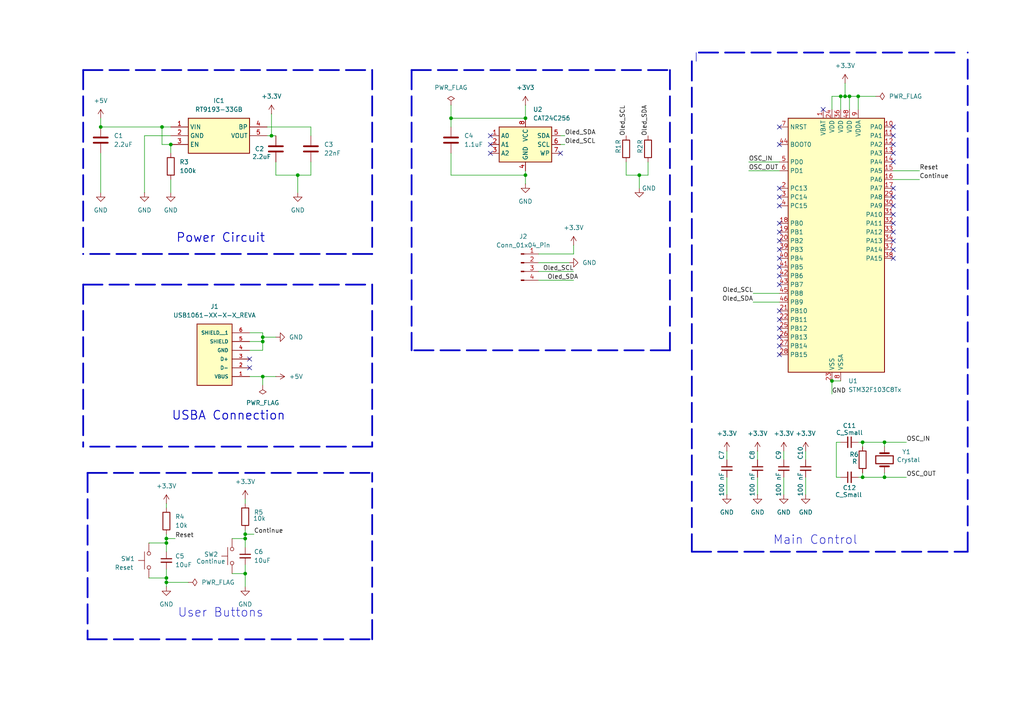
<source format=kicad_sch>
(kicad_sch (version 20231120) (generator "eeschema") (generator_version "8.0")
  (paper "A4")
  (title_block (title "Runtime Tester") (date "2024-10-03") (rev "v001") (company "edisonngunjiri@gmail.com"))
  (lib_symbols
    (symbol "Connector:Conn_01x04_Pin" (pin_names (offset 1.016) hide)
      (property "Reference" "J" (at 0 5.08 0))
      (property "Value" "Conn_01x04_Pin" (at 0 -7.62 0))
      (symbol "Conn_01x04_Pin_1_1"
        (polyline (pts (xy 1.27 -5.08) (xy 0.8636 -5.08)) (stroke (width 0.1524)))
        (polyline (pts (xy 1.27 -2.54) (xy 0.8636 -2.54)) (stroke (width 0.1524)))
        (polyline (pts (xy 1.27 0) (xy 0.8636 0)) (stroke (width 0.1524)))
        (polyline (pts (xy 1.27 2.54) (xy 0.8636 2.54)) (stroke (width 0.1524)))
        (rectangle (start 0.8636 -4.953) (end 0 -5.207) (stroke (width 0.1524)) (fill (type outline)))
        (rectangle (start 0.8636 -2.413) (end 0 -2.667) (stroke (width 0.1524)) (fill (type outline)))
        (rectangle (start 0.8636 0.127) (end 0 -0.127) (stroke (width 0.1524)) (fill (type outline)))
        (rectangle (start 0.8636 2.667) (end 0 2.413) (stroke (width 0.1524)) (fill (type outline)))
        (pin passive line (at 5.08 2.54 180) (length 3.81) (name "Pin_1") (number "1"))
        (pin passive line (at 5.08 0 180) (length 3.81) (name "Pin_2") (number "2"))
        (pin passive line (at 5.08 -2.54 180) (length 3.81) (name "Pin_3") (number "3"))
        (pin passive line (at 5.08 -5.08 180) (length 3.81) (name "Pin_4") (number "4"))
      )
    )
    (symbol "Device:C" (pin_numbers hide) (pin_names (offset 0.254))
      (property "Reference" "C" (at 0.635 2.54 0))
      (property "Value" "C" (at 0.635 -2.54 0))
      (symbol "C_0_1"
        (polyline (pts (xy -2.032 -0.762) (xy 2.032 -0.762)) (stroke (width 0.508)))
        (polyline (pts (xy -2.032 0.762) (xy 2.032 0.762)) (stroke (width 0.508)))
      )
      (symbol "C_1_1"
        (pin passive line (at 0 3.81 270) (length 2.794) (name "~") (number "1"))
        (pin passive line (at 0 -3.81 90) (length 2.794) (name "~") (number "2"))
      )
    )
    (symbol "Device:C_Small" (pin_numbers hide) (pin_names (offset 0.254) hide)
      (property "Reference" "C" (at 0.254 1.778 0))
      (property "Value" "C_Small" (at 0.254 -2.032 0))
      (symbol "C_Small_0_1"
        (polyline (pts (xy -1.524 -0.508) (xy 1.524 -0.508)) (stroke (width 0.3302)))
        (polyline (pts (xy -1.524 0.508) (xy 1.524 0.508)) (stroke (width 0.3048)))
      )
      (symbol "C_Small_1_1"
        (pin passive line (at 0 2.54 270) (length 2.032) (name "~") (number "1"))
        (pin passive line (at 0 -2.54 90) (length 2.032) (name "~") (number "2"))
      )
    )
    (symbol "Device:Crystal" (pin_numbers hide) (pin_names (offset 1.016) hide)
      (property "Reference" "Y" (at 0 3.81 0))
      (property "Value" "Crystal" (at 0 -3.81 0))
      (symbol "Crystal_0_1"
        (rectangle (start -1.143 2.54) (end 1.143 -2.54) (stroke (width 0.3048)))
        (polyline (pts (xy -2.54 0) (xy -1.905 0)))
        (polyline (pts (xy -1.905 -1.27) (xy -1.905 1.27)) (stroke (width 0.508)))
        (polyline (pts (xy 1.905 -1.27) (xy 1.905 1.27)) (stroke (width 0.508)))
        (polyline (pts (xy 2.54 0) (xy 1.905 0)))
      )
      (symbol "Crystal_1_1"
        (pin passive line (at -3.81 0 0) (length 1.27) (name "1") (number "1"))
        (pin passive line (at 3.81 0 180) (length 1.27) (name "2") (number "2"))
      )
    )
    (symbol "Device:R" (pin_numbers hide) (pin_names (offset 0))
      (property "Reference" "R" (at 2.032 0 90))
      (property "Value" "R" (at 0 0 90))
      (symbol "R_0_1"
        (rectangle (start -1.016 -2.54) (end 1.016 2.54) (stroke (width 0.254)))
      )
      (symbol "R_1_1"
        (pin passive line (at 0 3.81 270) (length 1.27) (name "~") (number "1"))
        (pin passive line (at 0 -3.81 90) (length 1.27) (name "~") (number "2"))
      )
    )
    (symbol "MCU_ST_STM32F1:STM32F103C8Tx"
      (property "Reference" "U" (at -12.7 39.37 0))
      (property "Value" "STM32F103C8Tx" (at 10.16 39.37 0))
      (symbol "STM32F103C8Tx_0_1"
        (rectangle (start -12.7 -35.56) (end 15.24 38.1) (stroke (width 0.254)) (fill (type background)))
      )
      (symbol "STM32F103C8Tx_1_1"
        (pin power_in line (at -2.54 40.64 270) (length 2.54) (name "VBAT") (number "1"))
        (pin bidirectional line (at 17.78 35.56 180) (length 2.54) (name "PA0") (number "10"))
        (pin bidirectional line (at 17.78 33.02 180) (length 2.54) (name "PA1") (number "11"))
        (pin bidirectional line (at 17.78 30.48 180) (length 2.54) (name "PA2") (number "12"))
        (pin bidirectional line (at 17.78 27.94 180) (length 2.54) (name "PA3") (number "13"))
        (pin bidirectional line (at 17.78 25.4 180) (length 2.54) (name "PA4") (number "14"))
        (pin bidirectional line (at 17.78 22.86 180) (length 2.54) (name "PA5") (number "15"))
        (pin bidirectional line (at 17.78 20.32 180) (length 2.54) (name "PA6") (number "16"))
        (pin bidirectional line (at 17.78 17.78 180) (length 2.54) (name "PA7") (number "17"))
        (pin bidirectional line (at -15.24 7.62 0) (length 2.54) (name "PB0") (number "18"))
        (pin bidirectional line (at -15.24 5.08 0) (length 2.54) (name "PB1") (number "19"))
        (pin bidirectional line (at -15.24 17.78 0) (length 2.54) (name "PC13") (number "2"))
        (pin bidirectional line (at -15.24 2.54 0) (length 2.54) (name "PB2") (number "20"))
        (pin bidirectional line (at -15.24 -17.78 0) (length 2.54) (name "PB10") (number "21"))
        (pin bidirectional line (at -15.24 -20.32 0) (length 2.54) (name "PB11") (number "22"))
        (pin power_in line (at 0 -38.1 90) (length 2.54) (name "VSS") (number "23"))
        (pin power_in line (at 0 40.64 270) (length 2.54) (name "VDD") (number "24"))
        (pin bidirectional line (at -15.24 -22.86 0) (length 2.54) (name "PB12") (number "25"))
        (pin bidirectional line (at -15.24 -25.4 0) (length 2.54) (name "PB13") (number "26"))
        (pin bidirectional line (at -15.24 -27.94 0) (length 2.54) (name "PB14") (number "27"))
        (pin bidirectional line (at -15.24 -30.48 0) (length 2.54) (name "PB15") (number "28"))
        (pin bidirectional line (at 17.78 15.24 180) (length 2.54) (name "PA8") (number "29"))
        (pin bidirectional line (at -15.24 15.24 0) (length 2.54) (name "PC14") (number "3"))
        (pin bidirectional line (at 17.78 12.7 180) (length 2.54) (name "PA9") (number "30"))
        (pin bidirectional line (at 17.78 10.16 180) (length 2.54) (name "PA10") (number "31"))
        (pin bidirectional line (at 17.78 7.62 180) (length 2.54) (name "PA11") (number "32"))
        (pin bidirectional line (at 17.78 5.08 180) (length 2.54) (name "PA12") (number "33"))
        (pin bidirectional line (at 17.78 2.54 180) (length 2.54) (name "PA13") (number "34"))
        (pin passive line (at 0 -38.1 90) (length 2.54) hide (name "VSS") (number "35"))
        (pin power_in line (at 2.54 40.64 270) (length 2.54) (name "VDD") (number "36"))
        (pin bidirectional line (at 17.78 0 180) (length 2.54) (name "PA14") (number "37"))
        (pin bidirectional line (at 17.78 -2.54 180) (length 2.54) (name "PA15") (number "38"))
        (pin bidirectional line (at -15.24 0 0) (length 2.54) (name "PB3") (number "39"))
        (pin bidirectional line (at -15.24 12.7 0) (length 2.54) (name "PC15") (number "4"))
        (pin bidirectional line (at -15.24 -2.54 0) (length 2.54) (name "PB4") (number "40"))
        (pin bidirectional line (at -15.24 -5.08 0) (length 2.54) (name "PB5") (number "41"))
        (pin bidirectional line (at -15.24 -7.62 0) (length 2.54) (name "PB6") (number "42"))
        (pin bidirectional line (at -15.24 -10.16 0) (length 2.54) (name "PB7") (number "43"))
        (pin input line (at -15.24 30.48 0) (length 2.54) (name "BOOT0") (number "44"))
        (pin bidirectional line (at -15.24 -12.7 0) (length 2.54) (name "PB8") (number "45"))
        (pin bidirectional line (at -15.24 -15.24 0) (length 2.54) (name "PB9") (number "46"))
        (pin passive line (at 0 -38.1 90) (length 2.54) hide (name "VSS") (number "47"))
        (pin power_in line (at 5.08 40.64 270) (length 2.54) (name "VDD") (number "48"))
        (pin bidirectional line (at -15.24 25.4 0) (length 2.54) (name "PD0") (number "5"))
        (pin bidirectional line (at -15.24 22.86 0) (length 2.54) (name "PD1") (number "6"))
        (pin input line (at -15.24 35.56 0) (length 2.54) (name "NRST") (number "7"))
        (pin power_in line (at 2.54 -38.1 90) (length 2.54) (name "VSSA") (number "8"))
        (pin power_in line (at 7.62 40.64 270) (length 2.54) (name "VDDA") (number "9"))
      )
    )
    (symbol "Memory_EEPROM:CAT24C256"
      (property "Reference" "U" (at -6.35 6.35 0))
      (property "Value" "CAT24C256" (at 1.27 6.35 0))
      (symbol "CAT24C256_1_1"
        (rectangle (start -7.62 5.08) (end 7.62 -5.08) (stroke (width 0.254)) (fill (type background)))
        (pin input line (at -10.16 2.54 0) (length 2.54) (name "A0") (number "1"))
        (pin input line (at -10.16 0 0) (length 2.54) (name "A1") (number "2"))
        (pin input line (at -10.16 -2.54 0) (length 2.54) (name "A2") (number "3"))
        (pin power_in line (at 0 -7.62 90) (length 2.54) (name "GND") (number "4"))
        (pin bidirectional line (at 10.16 2.54 180) (length 2.54) (name "SDA") (number "5"))
        (pin input line (at 10.16 0 180) (length 2.54) (name "SCL") (number "6"))
        (pin input line (at 10.16 -2.54 180) (length 2.54) (name "WP") (number "7"))
        (pin power_in line (at 0 7.62 270) (length 2.54) (name "VCC") (number "8"))
      )
    )
    (symbol "RT9193-33GB:RT9193-33GB"
      (property "Reference" "IC" (at 24.13 7.62 0))
      (property "Value" "RT9193-33GB" (at 24.13 5.08 0))
      (symbol "RT9193-33GB_1_1"
        (rectangle (start 5.08 2.54) (end 22.86 -7.62) (stroke (width 0.254)) (fill (type background)))
        (pin passive line (at 0 0 0) (length 5.08) (name "VIN") (number "1"))
        (pin passive line (at 0 -2.54 0) (length 5.08) (name "GND") (number "2"))
        (pin passive line (at 0 -5.08 0) (length 5.08) (name "EN") (number "3"))
        (pin passive line (at 27.94 0 180) (length 5.08) (name "BP") (number "4"))
        (pin passive line (at 27.94 -2.54 180) (length 5.08) (name "VOUT") (number "5"))
      )
    )
    (symbol "Switch:SW_Push" (pin_numbers hide) (pin_names (offset 1.016) hide)
      (property "Reference" "SW" (at 1.27 2.54 0))
      (property "Value" "SW_Push" (at 0 -1.524 0))
      (symbol "SW_Push_0_1"
        (circle (center -2.032 0) (radius 0.508))
        (polyline (pts (xy 0 1.27) (xy 0 3.048)))
        (polyline (pts (xy 2.54 1.27) (xy -2.54 1.27)))
        (circle (center 2.032 0) (radius 0.508))
        (pin passive line (at -5.08 0 0) (length 2.54) (name "1") (number "1"))
        (pin passive line (at 5.08 0 180) (length 2.54) (name "2") (number "2"))
      )
    )
    (symbol "USBA_Male:USB1061-XX-X-X_REVA" (pin_names (offset 1.016))
      (property "Reference" "J" (at -5.0886 8.1417 0))
      (property "Value" "USB1061-XX-X-X_REVA" (at -5.0817 -12.7034 0))
      (symbol "USB1061-XX-X-X_REVA_0_0"
        (rectangle (start -5.08 -10.16) (end 5.08 7.62) (stroke (width 0.254)) (fill (type background)))
        (pin power_in line (at -10.16 5.08 0) (length 5.08) (name "VBUS") (number "1"))
        (pin bidirectional line (at -10.16 2.54 0) (length 5.08) (name "D-") (number "2"))
        (pin bidirectional line (at -10.16 0 0) (length 5.08) (name "D+") (number "3"))
        (pin power_in line (at -10.16 -2.54 0) (length 5.08) (name "GND") (number "4"))
        (pin power_in line (at -10.16 -5.08 0) (length 5.08) (name "SHIELD") (number "5"))
        (pin power_in line (at -10.16 -7.62 0) (length 5.08) (name "SHIELD__1") (number "6"))
      )
    )
    (symbol "power:+3.3V" (power) (pin_numbers hide) (pin_names (offset 0) hide)
      (property "Value" "+3.3V" (at 0 3.556 0))
      (symbol "+3.3V_0_1"
        (polyline (pts (xy -0.762 1.27) (xy 0 2.54)))
        (polyline (pts (xy 0 0) (xy 0 2.54)))
        (polyline (pts (xy 0 2.54) (xy 0.762 1.27)))
      )
      (symbol "+3.3V_1_1"
        (pin power_in line (at 0 0 90) (length 0) (name "~") (number "1"))
      )
    )
    (symbol "power:+3V3" (power) (pin_numbers hide) (pin_names (offset 0) hide)
      (property "Value" "+3V3" (at 0 3.556 0))
      (symbol "+3V3_0_1"
        (polyline (pts (xy -0.762 1.27) (xy 0 2.54)))
        (polyline (pts (xy 0 0) (xy 0 2.54)))
        (polyline (pts (xy 0 2.54) (xy 0.762 1.27)))
      )
      (symbol "+3V3_1_1"
        (pin power_in line (at 0 0 90) (length 0) (name "~") (number "1"))
      )
    )
    (symbol "power:+5V" (power) (pin_numbers hide) (pin_names (offset 0) hide)
      (property "Value" "+5V" (at 0 3.556 0))
      (symbol "+5V_0_1"
        (polyline (pts (xy -0.762 1.27) (xy 0 2.54)))
        (polyline (pts (xy 0 0) (xy 0 2.54)))
        (polyline (pts (xy 0 2.54) (xy 0.762 1.27)))
      )
      (symbol "+5V_1_1"
        (pin power_in line (at 0 0 90) (length 0) (name "~") (number "1"))
      )
    )
    (symbol "power:GND" (power) (pin_numbers hide) (pin_names (offset 0) hide)
      (property "Value" "GND" (at 0 -3.81 0))
      (symbol "GND_0_1"
        (polyline (pts (xy 0 0) (xy 0 -1.27) (xy 1.27 -1.27) (xy 0 -2.54) (xy -1.27 -1.27) (xy 0 -1.27)))
      )
      (symbol "GND_1_1"
        (pin power_in line (at 0 0 270) (length 0) (name "~") (number "1"))
      )
    )
    (symbol "power:PWR_FLAG" (power) (pin_numbers hide) (pin_names (offset 0) hide)
      (property "Value" "PWR_FLAG" (at 0 3.81 0))
      (symbol "PWR_FLAG_0_0"
        (pin power_out line (at 0 0 90) (length 0) (name "~") (number "1"))
      )
      (symbol "PWR_FLAG_0_1"
        (polyline (pts (xy 0 0) (xy 0 1.27) (xy -1.016 1.905) (xy 0 2.54) (xy 1.016 1.905) (xy 0 1.27)))
      )
    )
  )
  (junction (at 152.4 50.8))
  (junction (at 256.54 128.27))
  (junction (at 46.99 36.83))
  (junction (at 48.26 167.64))
  (junction (at 185.42 50.8))
  (junction (at 256.54 138.43))
  (junction (at 49.53 41.91))
  (junction (at 76.2 99.06))
  (junction (at 245.11 27.94))
  (junction (at 71.12 166.37))
  (junction (at 246.38 27.94))
  (junction (at 76.2 97.79))
  (junction (at 86.36 50.8))
  (junction (at 71.12 154.94))
  (junction (at 48.26 157.48))
  (junction (at 250.19 128.27))
  (junction (at 152.4 34.29))
  (junction (at 48.26 156.21))
  (junction (at 130.81 34.29))
  (junction (at 48.26 168.91))
  (junction (at 243.84 27.94))
  (junction (at 71.12 156.21))
  (junction (at 29.21 36.83))
  (junction (at 76.2 109.22))
  (junction (at 78.74 39.37))
  (junction (at 241.3 110.49))
  (junction (at 248.92 27.94))
  (junction (at 250.19 138.43))
  (no_connect (at 226.06 59.69))
  (no_connect (at 259.08 59.69))
  (no_connect (at 226.06 74.93))
  (no_connect (at 259.08 72.39))
  (no_connect (at 226.06 82.55))
  (no_connect (at 226.06 90.17))
  (no_connect (at 142.24 44.45))
  (no_connect (at 226.06 54.61))
  (no_connect (at 226.06 67.31))
  (no_connect (at 226.06 36.83))
  (no_connect (at 226.06 72.39))
  (no_connect (at 226.06 41.91))
  (no_connect (at 72.39 104.14))
  (no_connect (at 72.39 106.68))
  (no_connect (at 259.08 39.37))
  (no_connect (at 226.06 102.87))
  (no_connect (at 162.56 44.45))
  (no_connect (at 226.06 100.33))
  (no_connect (at 259.08 74.93))
  (no_connect (at 238.76 31.75))
  (no_connect (at 259.08 62.23))
  (no_connect (at 226.06 77.47))
  (no_connect (at 226.06 95.25))
  (no_connect (at 259.08 46.99))
  (no_connect (at 142.24 39.37))
  (no_connect (at 259.08 36.83))
  (no_connect (at 226.06 80.01))
  (no_connect (at 259.08 67.31))
  (no_connect (at 226.06 64.77))
  (no_connect (at 226.06 57.15))
  (no_connect (at 226.06 69.85))
  (no_connect (at 226.06 92.71))
  (no_connect (at 259.08 69.85))
  (no_connect (at 259.08 64.77))
  (no_connect (at 142.24 41.91))
  (no_connect (at 259.08 44.45))
  (no_connect (at 226.06 97.79))
  (no_connect (at 259.08 57.15))
  (no_connect (at 259.08 54.61))
  (no_connect (at 259.08 41.91))
  (wire (pts (xy 152.4 49.53) (xy 152.4 50.8)))
  (wire (pts (xy 250.19 137.16) (xy 250.19 138.43)))
  (wire (pts (xy 162.56 39.37) (xy 163.83 39.37)))
  (wire (pts (xy 48.26 156.21) (xy 48.26 157.48)))
  (wire (pts (xy 48.26 165.1) (xy 48.26 167.64)))
  (wire (pts (xy 156.21 81.28) (xy 166.37 81.28)))
  (polyline (pts (xy 107.95 73.66) (xy 24.13 73.66)) (stroke (width 0.508) (type dash)))
  (wire (pts (xy 130.81 50.8) (xy 152.4 50.8)))
  (wire (pts (xy 29.21 36.83) (xy 46.99 36.83)))
  (wire (pts (xy 29.21 44.45) (xy 29.21 55.88)))
  (wire (pts (xy 227.33 130.81) (xy 227.33 133.35)))
  (wire (pts (xy 130.81 44.45) (xy 130.81 50.8)))
  (polyline (pts (xy 24.13 82.55) (xy 24.13 129.54)) (stroke (width 0.508) (type dash)))
  (wire (pts (xy 130.81 36.83) (xy 130.81 34.29)))
  (wire (pts (xy 76.2 97.79) (xy 80.01 97.79)))
  (wire (pts (xy 166.37 71.12) (xy 166.37 73.66)))
  (wire (pts (xy 156.21 76.2) (xy 165.1 76.2)))
  (wire (pts (xy 67.31 166.37) (xy 71.12 166.37)))
  (wire (pts (xy 259.08 52.07) (xy 266.7 52.07)))
  (wire (pts (xy 217.17 49.53) (xy 226.06 49.53)))
  (polyline (pts (xy 276.86 15.24) (xy 201.93 15.24)) (stroke (width 0.508) (type dash)))
  (wire (pts (xy 185.42 50.8) (xy 187.96 50.8)))
  (wire (pts (xy 217.17 46.99) (xy 226.06 46.99)))
  (wire (pts (xy 243.84 27.94) (xy 243.84 31.75)))
  (polyline (pts (xy 24.13 20.32) (xy 24.13 73.66)) (stroke (width 0.508) (type dash)))
  (wire (pts (xy 245.11 24.13) (xy 245.11 27.94)))
  (wire (pts (xy 71.12 144.78) (xy 71.12 146.05)))
  (wire (pts (xy 29.21 34.29) (xy 29.21 36.83)))
  (wire (pts (xy 181.61 46.99) (xy 181.61 50.8)))
  (wire (pts (xy 76.2 97.79) (xy 76.2 99.06)))
  (wire (pts (xy 49.53 39.37) (xy 41.91 39.37)))
  (wire (pts (xy 250.19 128.27) (xy 256.54 128.27)))
  (wire (pts (xy 43.18 157.48) (xy 48.26 157.48)))
  (wire (pts (xy 210.82 138.43) (xy 210.82 143.51)))
  (wire (pts (xy 181.61 50.8) (xy 185.42 50.8)))
  (wire (pts (xy 76.2 97.79) (xy 76.2 96.52)))
  (wire (pts (xy 218.44 85.09) (xy 226.06 85.09)))
  (polyline (pts (xy 200.66 17.78) (xy 200.66 160.02)) (stroke (width 0.508) (type dash)))
  (wire (pts (xy 77.47 39.37) (xy 78.74 39.37)))
  (polyline (pts (xy 200.66 160.02) (xy 280.67 160.02)) (stroke (width 0.508) (type dash)))
  (wire (pts (xy 256.54 129.54) (xy 256.54 128.27)))
  (wire (pts (xy 49.53 41.91) (xy 49.53 44.45)))
  (wire (pts (xy 156.21 78.74) (xy 166.37 78.74)))
  (wire (pts (xy 48.26 167.64) (xy 48.26 168.91)))
  (wire (pts (xy 48.26 168.91) (xy 48.26 170.18)))
  (wire (pts (xy 241.3 31.75) (xy 241.3 27.94)))
  (polyline (pts (xy 119.38 20.32) (xy 119.38 101.6)) (stroke (width 0.508) (type dash)))
  (wire (pts (xy 245.11 27.94) (xy 246.38 27.94)))
  (wire (pts (xy 130.81 30.48) (xy 130.81 34.29)))
  (wire (pts (xy 72.39 99.06) (xy 76.2 99.06)))
  (wire (pts (xy 72.39 101.6) (xy 76.2 101.6)))
  (wire (pts (xy 185.42 50.8) (xy 185.42 54.61)))
  (wire (pts (xy 71.12 154.94) (xy 71.12 156.21)))
  (wire (pts (xy 243.84 27.94) (xy 245.11 27.94)))
  (wire (pts (xy 48.26 168.91) (xy 54.61 168.91)))
  (wire (pts (xy 219.71 130.81) (xy 219.71 133.35)))
  (wire (pts (xy 90.17 39.37) (xy 90.17 36.83)))
  (wire (pts (xy 256.54 138.43) (xy 250.19 138.43)))
  (wire (pts (xy 219.71 138.43) (xy 219.71 143.51)))
  (wire (pts (xy 246.38 27.94) (xy 248.92 27.94)))
  (wire (pts (xy 80.01 46.99) (xy 80.01 50.8)))
  (wire (pts (xy 71.12 153.67) (xy 71.12 154.94)))
  (wire (pts (xy 241.3 27.94) (xy 243.84 27.94)))
  (wire (pts (xy 246.38 27.94) (xy 246.38 31.75)))
  (wire (pts (xy 256.54 128.27) (xy 262.89 128.27)))
  (wire (pts (xy 71.12 166.37) (xy 71.12 170.18)))
  (wire (pts (xy 41.91 39.37) (xy 41.91 55.88)))
  (wire (pts (xy 80.01 50.8) (xy 86.36 50.8)))
  (wire (pts (xy 43.18 167.64) (xy 48.26 167.64)))
  (polyline (pts (xy 107.95 129.54) (xy 24.13 129.54)) (stroke (width 0.508) (type dash)))
  (polyline (pts (xy 25.4 137.16) (xy 107.95 137.16)) (stroke (width 0.508) (type dash)))
  (wire (pts (xy 250.19 128.27) (xy 248.92 128.27)))
  (polyline (pts (xy 280.67 160.02) (xy 280.67 15.24)) (stroke (width 0.508) (type dash)))
  (wire (pts (xy 241.3 110.49) (xy 241.3 114.3)))
  (polyline (pts (xy 107.95 185.42) (xy 107.95 137.16)) (stroke (width 0.508) (type dash)))
  (polyline (pts (xy 24.13 20.32) (xy 107.95 20.32)) (stroke (width 0.508) (type dash)))
  (wire (pts (xy 90.17 46.99) (xy 90.17 50.8)))
  (wire (pts (xy 48.26 156.21) (xy 50.8 156.21)))
  (polyline (pts (xy 25.4 137.16) (xy 25.4 185.42)) (stroke (width 0.508) (type dash)))
  (polyline (pts (xy 194.31 101.6) (xy 119.38 101.6)) (stroke (width 0.508) (type dash)))
  (wire (pts (xy 76.2 99.06) (xy 76.2 101.6)))
  (wire (pts (xy 78.74 39.37) (xy 80.01 39.37)))
  (polyline (pts (xy 107.95 20.32) (xy 107.95 73.66)) (stroke (width 0.508) (type dash)))
  (wire (pts (xy 242.57 128.27) (xy 242.57 138.43)))
  (wire (pts (xy 233.68 130.81) (xy 233.68 133.35)))
  (wire (pts (xy 256.54 138.43) (xy 262.89 138.43)))
  (polyline (pts (xy 25.4 185.42) (xy 107.95 185.42)) (stroke (width 0.508) (type dash)))
  (wire (pts (xy 76.2 109.22) (xy 80.01 109.22)))
  (wire (pts (xy 218.44 87.63) (xy 226.06 87.63)))
  (wire (pts (xy 233.68 138.43) (xy 233.68 143.51)))
  (polyline (pts (xy 119.38 20.32) (xy 194.31 20.32)) (stroke (width 0.508) (type dash)))
  (wire (pts (xy 210.82 130.81) (xy 210.82 133.35)))
  (wire (pts (xy 248.92 27.94) (xy 254 27.94)))
  (wire (pts (xy 86.36 55.88) (xy 86.36 50.8)))
  (polyline (pts (xy 107.95 82.55) (xy 107.95 129.54)) (stroke (width 0.508) (type dash)))
  (wire (pts (xy 152.4 50.8) (xy 152.4 53.34)))
  (wire (pts (xy 67.31 156.21) (xy 71.12 156.21)))
  (wire (pts (xy 152.4 30.48) (xy 152.4 34.29)))
  (wire (pts (xy 250.19 129.54) (xy 250.19 128.27)))
  (wire (pts (xy 46.99 36.83) (xy 49.53 36.83)))
  (wire (pts (xy 243.84 128.27) (xy 242.57 128.27)))
  (wire (pts (xy 48.26 154.94) (xy 48.26 156.21)))
  (wire (pts (xy 76.2 109.22) (xy 76.2 111.76)))
  (wire (pts (xy 162.56 41.91) (xy 163.83 41.91)))
  (wire (pts (xy 166.37 73.66) (xy 156.21 73.66)))
  (wire (pts (xy 49.53 52.07) (xy 49.53 55.88)))
  (wire (pts (xy 250.19 138.43) (xy 248.92 138.43)))
  (polyline (pts (xy 201.93 15.24) (xy 201.93 17.78)))
  (wire (pts (xy 241.3 110.49) (xy 243.84 110.49)))
  (wire (pts (xy 72.39 109.22) (xy 76.2 109.22)))
  (wire (pts (xy 76.2 96.52) (xy 72.39 96.52)))
  (wire (pts (xy 242.57 138.43) (xy 243.84 138.43)))
  (wire (pts (xy 49.53 41.91) (xy 46.99 41.91)))
  (wire (pts (xy 48.26 146.05) (xy 48.26 147.32)))
  (wire (pts (xy 259.08 49.53) (xy 266.7 49.53)))
  (wire (pts (xy 78.74 33.02) (xy 78.74 39.37)))
  (wire (pts (xy 48.26 157.48) (xy 48.26 160.02)))
  (wire (pts (xy 248.92 27.94) (xy 248.92 31.75)))
  (wire (pts (xy 187.96 50.8) (xy 187.96 46.99)))
  (wire (pts (xy 90.17 36.83) (xy 77.47 36.83)))
  (wire (pts (xy 46.99 41.91) (xy 46.99 36.83)))
  (wire (pts (xy 71.12 163.83) (xy 71.12 166.37)))
  (polyline (pts (xy 24.13 82.55) (xy 107.95 82.55)) (stroke (width 0.508) (type dash)))
  (wire (pts (xy 227.33 138.43) (xy 227.33 143.51)))
  (polyline (pts (xy 194.31 20.32) (xy 194.31 101.6)) (stroke (width 0.508) (type dash)))
  (wire (pts (xy 86.36 50.8) (xy 90.17 50.8)))
  (wire (pts (xy 130.81 34.29) (xy 152.4 34.29)))
  (wire (pts (xy 71.12 156.21) (xy 71.12 158.75)))
  (wire (pts (xy 256.54 137.16) (xy 256.54 138.43)))
  (wire (pts (xy 71.12 154.94) (xy 73.66 154.94)))
  (text "Power Circuit" (at 64.008 69.088 0) (effects (font (size 2.54 2.54) (thickness 0.254) (bold yes))))
  (text "User Buttons" (at 64.008 177.8 0) (effects (font (size 2.54 2.54))))
  (text "Main Control" (at 236.474 156.718 0) (effects (font (size 2.54 2.54))))
  (text "USBA Connection" (at 66.294 120.65 0) (effects (font (size 2.54 2.54) (thickness 0.254) (bold yes))))
  (label "OSC_IN" (at 262.89 128.27 0))
  (label "Oled_SCL" (at 157.48 78.74 0))
  (label "Oled_SDA" (at 187.96 39.37 90))
  (label "Continue" (at 73.66 154.94 0))
  (label "Continue" (at 266.7 52.07 0))
  (label "Reset" (at 266.7 49.53 0))
  (label "Oled_SCL" (at 218.44 85.09 180))
  (label "OSC_OUT" (at 217.17 49.53 0))
  (label "Oled_SDA" (at 158.75 81.28 0))
  (label "Reset" (at 50.8 156.21 0))
  (label "OSC_OUT" (at 262.89 138.43 0))
  (label "GND" (at 241.3 114.3 0))
  (label "Oled_SDA" (at 163.83 39.37 0))
  (label "Oled_SDA" (at 218.44 87.63 180))
  (label "OSC_IN" (at 217.17 46.99 0))
  (label "Oled_SCL" (at 163.83 41.91 0))
  (label "Oled_SCL" (at 181.61 39.37 90))
  (symbol (lib_id "power:GND") (at 165.1 76.2 90) (unit 1)
    (property "Reference" "#PWR026" (effects (hide yes)))
    (property "Value" "GND" (at 168.91 76.1999 90) (effects (justify right)))
    (property "Description" "Power symbol creates a global label with name \"GND\" , ground" (effects (hide yes)))
  )
  (symbol (lib_id "Device:C") (at 80.01 43.18 0) (unit 1)
    (property "Reference" "C2" (at 73.914 43.18 0) (effects (justify left)))
    (property "Value" "2.2uF" (at 73.152 45.466 0) (effects (justify left)))
    (property "Footprint" "Capacitor_SMD:C_0603_1608Metric" (effects (hide yes)))
    (property "Description" "Unpolarized capacitor" (effects (hide yes)))
  )
  (symbol (lib_id "Device:C_Small") (at 233.68 135.89 0) (unit 1)
    (property "Reference" "C10" (at 232.156 133.35 90) (effects (justify left)))
    (property "Value" "100 nF" (at 232.156 144.018 90) (effects (justify left)))
    (property "Footprint" "Capacitor_SMD:C_0603_1608Metric" (effects (hide yes)))
    (property "Description" "Unpolarized capacitor, small symbol" (effects (hide yes)))
  )
  (symbol (lib_id "power:+3.3V") (at 78.74 33.02 0) (unit 1)
    (property "Reference" "#PWR07" (effects (hide yes)))
    (property "Value" "+3.3V" (at 78.74 27.94 0))
    (property "Description" "Power symbol creates a global label with name \"+3.3V\"" (effects (hide yes)))
  )
  (symbol (lib_id "Device:C_Small") (at 246.38 128.27 270) (unit 1)
    (property "Reference" "C11" (at 246.38 123.444 90))
    (property "Value" "C_Small" (at 246.38 125.476 90))
    (property "Footprint" "Capacitor_SMD:C_0603_1608Metric" (effects (hide yes)))
    (property "Description" "Unpolarized capacitor, small symbol" (effects (hide yes)))
  )
  (symbol (lib_id "Memory_EEPROM:CAT24C256") (at 152.4 41.91 0) (unit 1)
    (property "Reference" "U2" (at 154.5941 31.75 0) (effects (justify left)))
    (property "Value" "CAT24C256" (at 154.5941 34.29 0) (effects (justify left)))
    (property "Footprint" "24C256:SOIC127P600X175-8N" (effects (hide yes)))
    (property "Datasheet" "https://www.onsemi.cn/PowerSolutions/document/CAT24C256-D.PDF" (effects (hide yes)))
    (property "Description" "256 kb CMOS Serial EEPROM, DIP-8/SOIC-8/TSSOP-8/DFN-8" (effects (hide yes)))
  )
  (symbol (lib_id "Device:R") (at 71.12 149.86 0) (unit 1)
    (property "Reference" "R5" (at 73.66 148.5899 0) (effects (justify left)))
    (property "Value" "10k" (at 73.406 150.368 0) (effects (justify left)))
    (property "Footprint" "Resistor_SMD:R_0603_1608Metric_Pad0.98x0.95mm_HandSolder" (effects (hide yes)))
    (property "Description" "Resistor" (effects (hide yes)))
  )
  (symbol (lib_id "power:+3.3V") (at 233.68 130.81 0) (unit 1)
    (property "Reference" "#PWR023" (effects (hide yes)))
    (property "Value" "+3.3V" (at 233.68 125.73 0))
    (property "Description" "Power symbol creates a global label with name \"+3.3V\"" (effects (hide yes)))
  )
  (symbol (lib_id "Device:C") (at 90.17 43.18 0) (unit 1)
    (property "Reference" "C3" (at 93.98 41.9099 0) (effects (justify left)))
    (property "Value" "22nF" (at 93.98 44.4499 0) (effects (justify left)))
    (property "Footprint" "Capacitor_SMD:C_0603_1608Metric" (effects (hide yes)))
    (property "Description" "Unpolarized capacitor" (effects (hide yes)))
  )
  (symbol (lib_id "Device:C_Small") (at 227.33 135.89 0) (unit 1)
    (property "Reference" "C9" (at 225.806 133.35 90) (effects (justify left)))
    (property "Value" "100 nF" (at 225.806 144.018 90) (effects (justify left)))
    (property "Footprint" "Capacitor_SMD:C_0603_1608Metric" (effects (hide yes)))
    (property "Description" "Unpolarized capacitor, small symbol" (effects (hide yes)))
  )
  (symbol (lib_id "power:GND") (at 41.91 55.88 0) (unit 1)
    (property "Reference" "#PWR04" (effects (hide yes)))
    (property "Value" "GND" (at 41.91 60.96 0))
    (property "Description" "Power symbol creates a global label with name \"GND\" , ground" (effects (hide yes)))
  )
  (symbol (lib_id "Device:R") (at 49.53 48.26 0) (unit 1)
    (property "Reference" "R3" (at 52.07 46.9899 0) (effects (justify left)))
    (property "Value" "100k" (at 52.07 49.5299 0) (effects (justify left)))
    (property "Footprint" "Resistor_SMD:R_0603_1608Metric" (effects (hide yes)))
    (property "Description" "Resistor" (effects (hide yes)))
  )
  (symbol (lib_id "Switch:SW_Push") (at 43.18 162.56 90) (unit 1)
    (property "Reference" "SW1" (at 35.052 162.052 90) (effects (justify right)))
    (property "Value" "Reset" (at 33.274 164.592 90) (effects (justify right)))
    (property "Footprint" "Button_Switch_THT:SW_Tactile_SPST_Angled_PTS645Vx39-2LFS" (effects (hide yes)))
    (property "Description" "Push button switch, generic, two pins" (effects (hide yes)))
  )
  (symbol (lib_id "power:GND") (at 185.42 54.61 0) (unit 1)
    (property "Reference" "#PWR013" (effects (hide yes)))
    (property "Value" "GND" (at 188.214 54.61 0))
    (property "Description" "Power symbol creates a global label with name \"GND\" , ground" (effects (hide yes)))
  )
  (symbol (lib_id "power:+3V3") (at 152.4 30.48 0) (unit 1)
    (property "Reference" "#PWR011" (effects (hide yes)))
    (property "Value" "+3V3" (at 152.4 25.4 0))
    (property "Description" "Power symbol creates a global label with name \"+3V3\"" (effects (hide yes)))
  )
  (symbol (lib_id "power:+5V") (at 80.01 109.22 270) (unit 1)
    (property "Reference" "#PWR09" (effects (hide yes)))
    (property "Value" "+5V" (at 83.82 109.2199 90) (effects (justify left)))
    (property "Description" "Power symbol creates a global label with name \"+5V\"" (effects (hide yes)))
  )
  (symbol (lib_id "power:GND") (at 152.4 53.34 0) (unit 1)
    (property "Reference" "#PWR012" (effects (hide yes)))
    (property "Value" "GND" (at 152.4 58.42 0))
    (property "Description" "Power symbol creates a global label with name \"GND\" , ground" (effects (hide yes)))
  )
  (symbol (lib_id "Device:C_Small") (at 219.71 135.89 0) (unit 1)
    (property "Reference" "C8" (at 218.186 133.35 90) (effects (justify left)))
    (property "Value" "100 nF" (at 218.186 144.018 90) (effects (justify left)))
    (property "Footprint" "Capacitor_SMD:C_0603_1608Metric" (effects (hide yes)))
    (property "Description" "Unpolarized capacitor, small symbol" (effects (hide yes)))
  )
  (symbol (lib_id "power:PWR_FLAG") (at 76.2 111.76 180) (unit 1)
    (property "Reference" "#FLG03" (effects (hide yes)))
    (property "Value" "PWR_FLAG" (at 76.2 116.84 0))
    (property "Description" "Special symbol for telling ERC where power comes from" (effects (hide yes)))
  )
  (symbol (lib_id "power:PWR_FLAG") (at 130.81 30.48 0) (unit 1)
    (property "Reference" "#FLG02" (effects (hide yes)))
    (property "Value" "PWR_FLAG" (at 130.81 25.4 0))
    (property "Description" "Special symbol for telling ERC where power comes from" (effects (hide yes)))
  )
  (symbol (lib_id "Device:C_Small") (at 246.38 138.43 90) (unit 1)
    (property "Reference" "C12" (at 246.38 141.478 90))
    (property "Value" "C_Small" (at 246.126 143.51 90))
    (property "Footprint" "Capacitor_SMD:C_0603_1608Metric" (effects (hide yes)))
    (property "Description" "Unpolarized capacitor, small symbol" (effects (hide yes)))
  )
  (symbol (lib_id "Device:Crystal") (at 256.54 133.35 270) (unit 1)
    (property "Reference" "Y1" (at 261.62 131.064 90) (effects (justify left)))
    (property "Value" "Crystal" (at 260.096 133.35 90) (effects (justify left)))
    (property "Footprint" "Crystal:Crystal_SMD_SeikoEpson_MA505-2Pin_12.7x5.1mm" (effects (hide yes)))
    (property "Description" "Two pin crystal" (effects (hide yes)))
  )
  (symbol (lib_id "MCU_ST_STM32F1:STM32F103C8Tx") (at 241.3 72.39 0) (unit 1)
    (property "Reference" "U1" (at 246.0341 110.49 0) (effects (justify left)))
    (property "Value" "STM32F103C8Tx" (at 246.0341 113.03 0) (effects (justify left)))
    (property "Footprint" "Package_QFP:LQFP-48_7x7mm_P0.5mm" (effects (hide yes)))
    (property "Datasheet" "https://www.st.com/resource/en/datasheet/stm32f103c8.pdf" (effects (hide yes)))
    (property "Description" "STMicroelectronics Arm Cortex-M3 MCU, 64KB flash, 20KB RAM, 72 MHz, 2.0-3.6V, 37 GPIO, LQFP48" (effects (hide yes)))
  )
  (symbol (lib_id "power:PWR_FLAG") (at 54.61 168.91 270) (unit 1)
    (property "Reference" "#FLG05" (effects (hide yes)))
    (property "Value" "PWR_FLAG" (at 58.42 168.9099 90) (effects (justify left)))
    (property "Description" "Special symbol for telling ERC where power comes from" (effects (hide yes)))
  )
  (symbol (lib_id "power:GND") (at 210.82 143.51 0) (unit 1)
    (property "Reference" "#PWR017" (effects (hide yes)))
    (property "Value" "GND" (at 210.82 148.59 0))
    (property "Description" "Power symbol creates a global label with name \"GND\" , ground" (effects (hide yes)))
  )
  (symbol (lib_id "power:+3.3V") (at 48.26 146.05 0) (unit 1)
    (property "Reference" "#PWR014" (effects (hide yes)))
    (property "Value" "+3.3V" (at 48.26 140.97 0))
    (property "Description" "Power symbol creates a global label with name \"+3.3V\"" (effects (hide yes)))
  )
  (symbol (lib_id "Device:C") (at 130.81 40.64 0) (unit 1)
    (property "Reference" "C4" (at 134.62 39.3699 0) (effects (justify left)))
    (property "Value" "1.1uF" (at 134.62 41.9099 0) (effects (justify left)))
    (property "Footprint" "Capacitor_SMD:C_0603_1608Metric" (effects (hide yes)))
    (property "Description" "Unpolarized capacitor" (effects (hide yes)))
  )
  (symbol (lib_id "power:+5V") (at 29.21 34.29 0) (unit 1)
    (property "Reference" "#PWR08" (effects (hide yes)))
    (property "Value" "+5V" (at 29.21 29.21 0))
    (property "Description" "Power symbol creates a global label with name \"+5V\"" (effects (hide yes)))
  )
  (symbol (lib_id "power:GND") (at 49.53 55.88 0) (unit 1)
    (property "Reference" "#PWR06" (effects (hide yes)))
    (property "Value" "GND" (at 49.53 60.96 0))
    (property "Description" "Power symbol creates a global label with name \"GND\" , ground" (effects (hide yes)))
  )
  (symbol (lib_id "power:GND") (at 29.21 55.88 0) (unit 1)
    (property "Reference" "#PWR03" (effects (hide yes)))
    (property "Value" "GND" (at 29.21 60.96 0))
    (property "Description" "Power symbol creates a global label with name \"GND\" , ground" (effects (hide yes)))
  )
  (symbol (lib_id "power:+3.3V") (at 166.37 71.12 0) (unit 1)
    (property "Reference" "#PWR025" (effects (hide yes)))
    (property "Value" "+3.3V" (at 166.37 66.04 0))
    (property "Description" "Power symbol creates a global label with name \"+3.3V\"" (effects (hide yes)))
  )
  (symbol (lib_id "RT9193-33GB:RT9193-33GB") (at 49.53 36.83 0) (unit 1)
    (property "Reference" "IC1" (at 63.5 29.21 0))
    (property "Value" "RT9193-33GB" (at 63.5 31.75 0))
    (property "Footprint" "KiCad:SOT94P279X130-5N" (effects (hide yes)))
    (property "Datasheet" "http://www.richtek.com/assets/product_file/RT9193/DS9193-17.pdf" (effects (hide yes)))
    (property "Description" "300mA, Ultra-Low Noise, Ultra-Fast CMOS LDO Regulator" (effects (hide yes)))
    (property "Height" "1.295" (effects (hide yes)))
    (property "Mouser Part Number" "835-RT9193-33GB" (effects (hide yes)))
    (property "Mouser Price/Stock" "https://www.mouser.co.uk/ProductDetail/Richtek/RT9193-33GB?qs=amGC7iS6iy8ybRcZ9Wn2ww%3D%3D" (effects (hide yes)))
    (property "Manufacturer_Name" "RICHTEK" (effects (hide yes)))
    (property "Manufacturer_Part_Number" "RT9193-33GB" (effects (hide yes)))
  )
  (symbol (lib_id "power:+3.3V") (at 71.12 144.78 0) (unit 1)
    (property "Reference" "#PWR015" (effects (hide yes)))
    (property "Value" "+3.3V" (at 71.12 139.7 0))
    (property "Description" "Power symbol creates a global label with name \"+3.3V\"" (effects (hide yes)))
  )
  (symbol (lib_id "power:GND") (at 86.36 55.88 0) (unit 1)
    (property "Reference" "#PWR05" (effects (hide yes)))
    (property "Value" "GND" (at 86.36 60.96 0))
    (property "Description" "Power symbol creates a global label with name \"GND\" , ground" (effects (hide yes)))
  )
  (symbol (lib_id "power:GND") (at 80.01 97.79 90) (unit 1)
    (property "Reference" "#PWR010" (effects (hide yes)))
    (property "Value" "GND" (at 83.82 97.7899 90) (effects (justify right)))
    (property "Description" "Power symbol creates a global label with name \"GND\" , ground" (effects (hide yes)))
  )
  (symbol (lib_id "Device:R") (at 181.61 43.18 180) (unit 1)
    (property "Reference" "R1" (at 179.324 43.18 90))
    (property "Value" "R" (at 179.324 41.148 90))
    (property "Footprint" "Resistor_SMD:R_0603_1608Metric_Pad0.98x0.95mm_HandSolder" (effects (hide yes)))
    (property "Description" "Resistor" (effects (hide yes)))
  )
  (symbol (lib_id "Device:C_Small") (at 48.26 162.56 0) (unit 1)
    (property "Reference" "C5" (at 50.8 161.2962 0) (effects (justify left)))
    (property "Value" "10uF" (at 50.8 163.8362 0) (effects (justify left)))
    (property "Footprint" "Capacitor_SMD:C_0603_1608Metric" (effects (hide yes)))
    (property "Description" "Unpolarized capacitor, small symbol" (effects (hide yes)))
  )
  (symbol (lib_id "power:+3.3V") (at 227.33 130.81 0) (unit 1)
    (property "Reference" "#PWR021" (effects (hide yes)))
    (property "Value" "+3.3V" (at 227.33 125.73 0))
    (property "Description" "Power symbol creates a global label with name \"+3.3V\"" (effects (hide yes)))
  )
  (symbol (lib_id "power:GND") (at 233.68 143.51 0) (unit 1)
    (property "Reference" "#PWR024" (effects (hide yes)))
    (property "Value" "GND" (at 233.68 148.59 0))
    (property "Description" "Power symbol creates a global label with name \"GND\" , ground" (effects (hide yes)))
  )
  (symbol (lib_id "power:+3.3V") (at 245.11 24.13 0) (unit 1)
    (property "Reference" "#PWR01" (effects (hide yes)))
    (property "Value" "+3.3V" (at 245.11 19.05 0))
    (property "Description" "Power symbol creates a global label with name \"+3.3V\"" (effects (hide yes)))
  )
  (symbol (lib_id "Connector:Conn_01x04_Pin") (at 151.13 76.2 0) (unit 1)
    (property "Reference" "J2" (at 151.765 68.58 0))
    (property "Value" "Conn_01x04_Pin" (at 151.765 71.12 0))
    (property "Footprint" "Connector_PinSocket_2.54mm:PinSocket_1x04_P2.54mm_Vertical" (effects (hide yes)))
    (property "Description" "Generic connector, single row, 01x04, script generated" (effects (hide yes)))
  )
  (symbol (lib_id "Device:C_Small") (at 71.12 161.29 0) (unit 1)
    (property "Reference" "C6" (at 73.66 160.0262 0) (effects (justify left)))
    (property "Value" "10uF" (at 73.66 162.5662 0) (effects (justify left)))
    (property "Footprint" "Capacitor_SMD:C_0603_1608Metric" (effects (hide yes)))
    (property "Description" "Unpolarized capacitor, small symbol" (effects (hide yes)))
  )
  (symbol (lib_id "Device:R") (at 250.19 133.35 0) (unit 1)
    (property "Reference" "R6" (at 246.38 131.826 0) (effects (justify left)))
    (property "Value" "R" (at 247.142 133.858 0) (effects (justify left)))
    (property "Footprint" "Resistor_SMD:R_0603_1608Metric_Pad0.98x0.95mm_HandSolder" (effects (hide yes)))
    (property "Description" "Resistor" (effects (hide yes)))
  )
  (symbol (lib_id "power:+3.3V") (at 210.82 130.81 0) (unit 1)
    (property "Reference" "#PWR018" (effects (hide yes)))
    (property "Value" "+3.3V" (at 210.82 125.73 0))
    (property "Description" "Power symbol creates a global label with name \"+3.3V\"" (effects (hide yes)))
  )
  (symbol (lib_id "power:GND") (at 71.12 170.18 0) (unit 1)
    (property "Reference" "#PWR016" (effects (hide yes)))
    (property "Value" "GND" (at 71.12 175.26 0))
    (property "Description" "Power symbol creates a global label with name \"GND\" , ground" (effects (hide yes)))
  )
  (symbol (lib_id "power:GND") (at 48.26 170.18 0) (unit 1)
    (property "Reference" "#PWR02" (effects (hide yes)))
    (property "Value" "GND" (at 48.26 175.26 0))
    (property "Description" "Power symbol creates a global label with name \"GND\" , ground" (effects (hide yes)))
  )
  (symbol (lib_id "power:+3.3V") (at 219.71 130.81 0) (unit 1)
    (property "Reference" "#PWR019" (effects (hide yes)))
    (property "Value" "+3.3V" (at 219.71 125.73 0))
    (property "Description" "Power symbol creates a global label with name \"+3.3V\"" (effects (hide yes)))
  )
  (symbol (lib_id "Device:C_Small") (at 210.82 135.89 0) (unit 1)
    (property "Reference" "C7" (at 209.296 133.35 90) (effects (justify left)))
    (property "Value" "100 nF" (at 209.296 144.018 90) (effects (justify left)))
    (property "Footprint" "Capacitor_SMD:C_0603_1608Metric" (effects (hide yes)))
    (property "Description" "Unpolarized capacitor, small symbol" (effects (hide yes)))
  )
  (symbol (lib_id "Switch:SW_Push") (at 67.31 161.29 90) (unit 1)
    (property "Reference" "SW2" (at 59.182 160.782 90) (effects (justify right)))
    (property "Value" "Continue" (at 56.896 162.814 90) (effects (justify right)))
    (property "Footprint" "Button_Switch_THT:SW_Tactile_SPST_Angled_PTS645Vx58-2LFS" (effects (hide yes)))
    (property "Description" "Push button switch, generic, two pins" (effects (hide yes)))
  )
  (symbol (lib_id "Device:C") (at 29.21 40.64 0) (unit 1)
    (property "Reference" "C1" (at 33.02 39.3699 0) (effects (justify left)))
    (property "Value" "2.2uF" (at 33.02 41.9099 0) (effects (justify left)))
    (property "Footprint" "Capacitor_SMD:C_0603_1608Metric" (effects (hide yes)))
    (property "Description" "Unpolarized capacitor" (effects (hide yes)))
  )
  (symbol (lib_id "power:PWR_FLAG") (at 254 27.94 270) (unit 1)
    (property "Reference" "#FLG01" (effects (hide yes)))
    (property "Value" "PWR_FLAG" (at 257.81 27.9399 90) (effects (justify left)))
    (property "Description" "Special symbol for telling ERC where power comes from" (effects (hide yes)))
  )
  (symbol (lib_id "Device:R") (at 48.26 151.13 0) (unit 1)
    (property "Reference" "R4" (at 50.8 149.8599 0) (effects (justify left)))
    (property "Value" "10k" (at 50.8 152.3999 0) (effects (justify left)))
    (property "Footprint" "Resistor_SMD:R_0603_1608Metric_Pad0.98x0.95mm_HandSolder" (effects (hide yes)))
    (property "Description" "Resistor" (effects (hide yes)))
  )
  (symbol (lib_id "USBA_Male:USB1061-XX-X-X_REVA") (at 62.23 104.14 180) (unit 1)
    (property "Reference" "J1" (at 62.23 88.9 0))
    (property "Value" "USB1061-XX-X-X_REVA" (at 62.23 91.44 0))
    (property "Footprint" "USBA_Male:USBA_Male" (effects (hide yes)))
    (property "MANUFACTURER" "GCT" (effects (hide yes)))
  )
  (symbol (lib_id "power:GND") (at 227.33 143.51 0) (unit 1)
    (property "Reference" "#PWR022" (effects (hide yes)))
    (property "Value" "GND" (at 227.33 148.59 0))
    (property "Description" "Power symbol creates a global label with name \"GND\" , ground" (effects (hide yes)))
  )
  (symbol (lib_id "power:GND") (at 219.71 143.51 0) (unit 1)
    (property "Reference" "#PWR020" (effects (hide yes)))
    (property "Value" "GND" (at 219.71 148.59 0))
    (property "Description" "Power symbol creates a global label with name \"GND\" , ground" (effects (hide yes)))
  )
  (symbol (lib_id "Device:R") (at 187.96 43.18 180) (unit 1)
    (property "Reference" "R2" (at 185.674 43.18 90))
    (property "Value" "R" (at 185.674 41.148 90))
    (property "Footprint" "Resistor_SMD:R_0603_1608Metric_Pad0.98x0.95mm_HandSolder" (effects (hide yes)))
    (property "Description" "Resistor" (effects (hide yes)))
  )
)
</source>
